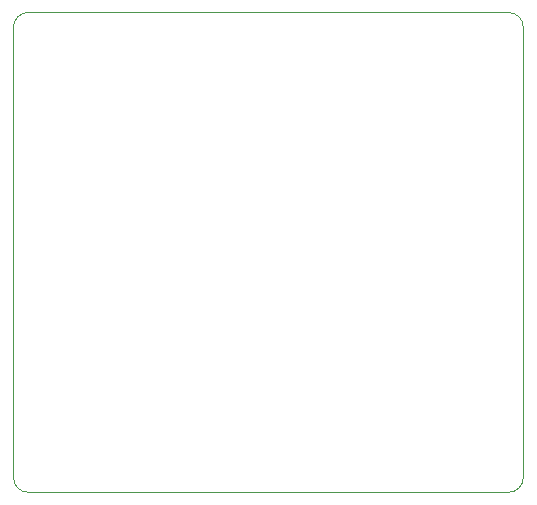
<source format=gbr>
%TF.GenerationSoftware,KiCad,Pcbnew,(5.1.9-0-10_14)*%
%TF.CreationDate,2021-04-03T15:31:47+02:00*%
%TF.ProjectId,full_circuit,66756c6c-5f63-4697-9263-7569742e6b69,rev?*%
%TF.SameCoordinates,Original*%
%TF.FileFunction,Profile,NP*%
%FSLAX46Y46*%
G04 Gerber Fmt 4.6, Leading zero omitted, Abs format (unit mm)*
G04 Created by KiCad (PCBNEW (5.1.9-0-10_14)) date 2021-04-03 15:31:47*
%MOMM*%
%LPD*%
G01*
G04 APERTURE LIST*
%TA.AperFunction,Profile*%
%ADD10C,0.100000*%
%TD*%
G04 APERTURE END LIST*
D10*
X-146050000Y1099820000D02*
X-105410000Y1099820000D01*
X-105410000Y1099820000D02*
G75*
G02*
X-104140000Y1098550000I0J-1270000D01*
G01*
X-147320000Y1098550000D02*
G75*
G02*
X-146050000Y1099820000I1270000J0D01*
G01*
X-147320000Y1060450000D02*
X-147320000Y1098550000D01*
X-104140000Y1060450000D02*
X-104140000Y1098550000D01*
X-146050000Y1059180000D02*
G75*
G02*
X-147320000Y1060450000I0J1270000D01*
G01*
X-104140000Y1060450000D02*
G75*
G02*
X-105410000Y1059180000I-1270000J0D01*
G01*
X-146050000Y1059180000D02*
X-105410000Y1059180000D01*
M02*

</source>
